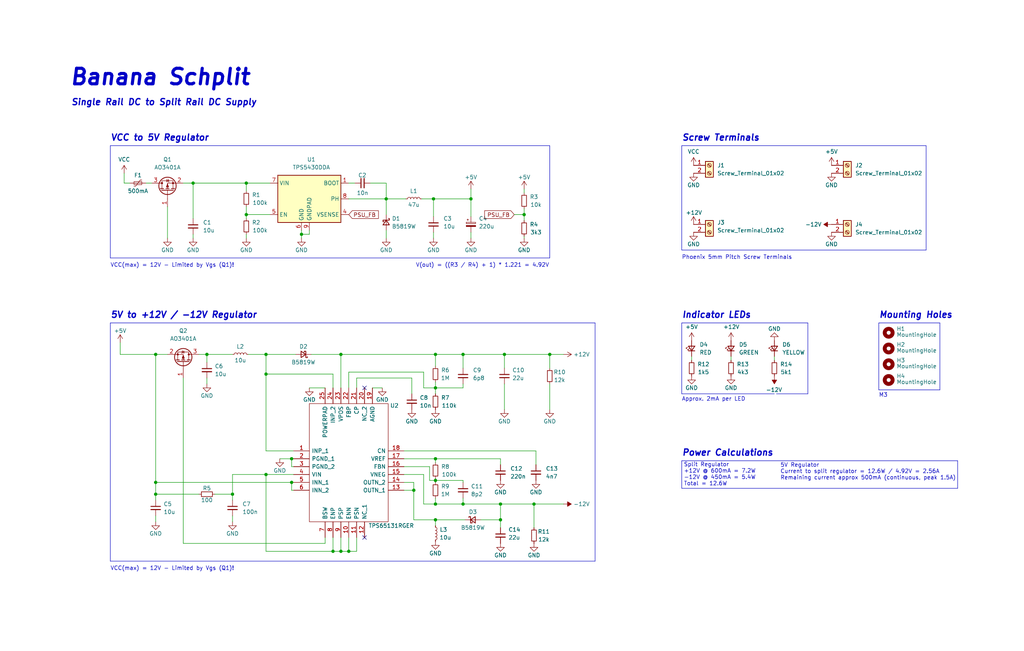
<source format=kicad_sch>
(kicad_sch (version 20230121) (generator eeschema)
  (paper "User" 329.997 210.007)
  (lib_symbols
    (symbol "BananaSchplit-rescue:CP_Small-Device" (pin_numbers hide) (pin_names (offset 0.254) hide)
      (property "Reference" "C" (at 0.254 1.778 0))
      (property "Value" "Device_CP_Small" (at 0.254 -2.032 0))
      (symbol "CP_Small-Device_1_1"
        (pin passive line (at 0 2.54 270) (length 1.8542) (name "~") (number "1"))
        (pin passive line (at 0 -2.54 90) (length 1.8542) (name "~") (number "2"))
      )
    )
    (symbol "Connector:Screw_Terminal_01x02" (pin_names (offset 1.016) hide)
      (property "Reference" "J" (at 0 2.54 0))
      (property "Value" "Screw_Terminal_01x02" (at 0 -5.08 0))
      (symbol "Screw_Terminal_01x02_1_1"
        (pin passive line (at -5.08 0 0) (length 3.81) (name "Pin_1") (number "1"))
        (pin passive line (at -5.08 -2.54 0) (length 3.81) (name "Pin_2") (number "2"))
      )
    )
    (symbol "Device:C_Small" (pin_numbers hide) (pin_names (offset 0.254) hide)
      (property "Reference" "C" (at 0.254 1.778 0))
      (property "Value" "C_Small" (at 0.254 -2.032 0))
      (symbol "C_Small_1_1"
        (pin passive line (at 0 2.54 270) (length 2.032) (name "~") (number "1"))
        (pin passive line (at 0 -2.54 90) (length 2.032) (name "~") (number "2"))
      )
    )
    (symbol "Device:D_Schottky_Small" (pin_numbers hide) (pin_names (offset 0.254) hide)
      (property "Reference" "D" (at -1.27 2.032 0))
      (property "Value" "D_Schottky_Small" (at -7.112 -2.032 0))
      (symbol "D_Schottky_Small_1_1"
        (pin passive line (at -2.54 0 0) (length 1.778) (name "K") (number "1"))
        (pin passive line (at 2.54 0 180) (length 1.778) (name "A") (number "2"))
      )
    )
    (symbol "Device:LED_Small" (pin_numbers hide) (pin_names (offset 0.254) hide)
      (property "Reference" "D" (at -1.27 3.175 0))
      (property "Value" "LED_Small" (at -4.445 -2.54 0))
      (symbol "LED_Small_1_1"
        (pin passive line (at -2.54 0 0) (length 1.778) (name "K") (number "1"))
        (pin passive line (at 2.54 0 180) (length 1.778) (name "A") (number "2"))
      )
    )
    (symbol "Device:L_Small" (pin_numbers hide) (pin_names (offset 0.254) hide)
      (property "Reference" "L" (at 0.762 1.016 0))
      (property "Value" "L_Small" (at 0.762 -1.016 0))
      (symbol "L_Small_1_1"
        (pin passive line (at 0 2.54 270) (length 0.508) (name "~") (number "1"))
        (pin passive line (at 0 -2.54 90) (length 0.508) (name "~") (number "2"))
      )
    )
    (symbol "Device:Polyfuse_Small" (pin_numbers hide) (pin_names (offset 0))
      (property "Reference" "F" (at -1.905 0 90))
      (property "Value" "Polyfuse_Small" (at 1.905 0 90))
      (symbol "Polyfuse_Small_1_1"
        (pin passive line (at 0 2.54 270) (length 0.635) (name "~") (number "1"))
        (pin passive line (at 0 -2.54 90) (length 0.635) (name "~") (number "2"))
      )
    )
    (symbol "Device:R_Small" (pin_numbers hide) (pin_names (offset 0.254) hide)
      (property "Reference" "R" (at 0.762 0.508 0))
      (property "Value" "R_Small" (at 0.762 -1.016 0))
      (symbol "R_Small_1_1"
        (pin passive line (at 0 2.54 270) (length 0.762) (name "~") (number "1"))
        (pin passive line (at 0 -2.54 90) (length 0.762) (name "~") (number "2"))
      )
    )
    (symbol "Mechanical:MountingHole" (pin_names (offset 1.016))
      (property "Reference" "H" (at 0 5.08 0))
      (property "Value" "MountingHole" (at 0 3.175 0))
    )
    (symbol "Regulator_Switching:TPS5430DDA"
      (property "Reference" "U" (at -10.16 8.89 0))
      (property "Value" "TPS5430DDA" (at -1.27 8.89 0))
      (symbol "TPS5430DDA_1_1"
        (pin input line (at 12.7 5.08 180) (length 2.54) (name "BOOT") (number "1"))
        (pin no_connect line (at -10.16 2.54 0) (length 2.54) hide (name "NC") (number "2"))
        (pin no_connect line (at -10.16 -2.54 0) (length 2.54) hide (name "NC") (number "3"))
        (pin input line (at 12.7 -5.08 180) (length 2.54) (name "VSENSE") (number "4"))
        (pin input line (at -12.7 -5.08 0) (length 2.54) (name "EN") (number "5"))
        (pin power_in line (at -2.54 -10.16 90) (length 2.54) (name "GND") (number "6"))
        (pin power_in line (at -12.7 5.08 0) (length 2.54) (name "VIN") (number "7"))
        (pin output line (at 12.7 0 180) (length 2.54) (name "PH") (number "8"))
        (pin power_in line (at 0 -10.16 90) (length 2.54) (name "GNDPAD") (number "9"))
      )
    )
    (symbol "TPS65131RGET:TPS65131RGET" (pin_names (offset 0.762))
      (property "Reference" "IC" (at 31.75 20.32 0))
      (property "Value" "TPS65131RGET" (at 31.75 17.78 0))
      (symbol "TPS65131RGET_0_0"
        (pin passive line (at 0 0 0) (length 5.08) (name "INP_1") (number "1"))
        (pin passive line (at 17.78 -27.94 90) (length 5.08) (name "ENN") (number "10"))
        (pin passive line (at 20.32 -27.94 90) (length 5.08) (name "PSN") (number "11"))
        (pin passive line (at 22.86 -27.94 90) (length 5.08) (name "NC_1") (number "12"))
        (pin passive line (at 35.56 -12.7 180) (length 5.08) (name "OUTN_1") (number "13"))
        (pin passive line (at 35.56 -10.16 180) (length 5.08) (name "OUTN_2") (number "14"))
        (pin passive line (at 35.56 -7.62 180) (length 5.08) (name "VNEG") (number "15"))
        (pin passive line (at 35.56 -5.08 180) (length 5.08) (name "FBN") (number "16"))
        (pin passive line (at 35.56 -2.54 180) (length 5.08) (name "VREF") (number "17"))
        (pin passive line (at 35.56 0 180) (length 5.08) (name "CN") (number "18"))
        (pin passive line (at 25.4 20.32 270) (length 5.08) (name "AGND") (number "19"))
        (pin passive line (at 0 -2.54 0) (length 5.08) (name "PGND_1") (number "2"))
        (pin passive line (at 22.86 20.32 270) (length 5.08) (name "NC_2") (number "20"))
        (pin passive line (at 20.32 20.32 270) (length 5.08) (name "CP") (number "21"))
        (pin passive line (at 17.78 20.32 270) (length 5.08) (name "FBP") (number "22"))
        (pin passive line (at 15.24 20.32 270) (length 5.08) (name "VPOS") (number "23"))
        (pin passive line (at 12.7 20.32 270) (length 5.08) (name "INP_2") (number "24"))
        (pin passive line (at 10.16 20.32 270) (length 5.08) (name "POWERPAD") (number "25"))
        (pin passive line (at 0 -5.08 0) (length 5.08) (name "PGND_2") (number "3"))
        (pin passive line (at 0 -7.62 0) (length 5.08) (name "VIN") (number "4"))
        (pin passive line (at 0 -10.16 0) (length 5.08) (name "INN_1") (number "5"))
        (pin passive line (at 0 -12.7 0) (length 5.08) (name "INN_2") (number "6"))
        (pin passive line (at 10.16 -27.94 90) (length 5.08) (name "BSW") (number "7"))
        (pin passive line (at 12.7 -27.94 90) (length 5.08) (name "ENP") (number "8"))
        (pin passive line (at 15.24 -27.94 90) (length 5.08) (name "PSP") (number "9"))
      )
    )
    (symbol "Transistor_FET:AO3401A" (pin_names hide)
      (property "Reference" "Q" (at 5.08 1.905 0))
      (property "Value" "AO3401A" (at 5.08 0 0))
      (symbol "AO3401A_1_1"
        (pin input line (at -5.08 0 0) (length 2.54) (name "G") (number "1"))
        (pin passive line (at 2.54 -5.08 90) (length 2.54) (name "S") (number "2"))
        (pin passive line (at 2.54 5.08 270) (length 2.54) (name "D") (number "3"))
      )
    )
    (symbol "power:+12V" (power) (pin_names (offset 0))
      (property "Value" "+12V" (at 0 3.556 0))
      (symbol "+12V_1_1"
        (pin power_in line (at 0 0 90) (length 0) hide (name "+12V") (number "1"))
      )
    )
    (symbol "power:+5V" (power) (pin_names (offset 0))
      (property "Value" "+5V" (at 0 3.556 0))
      (symbol "+5V_1_1"
        (pin power_in line (at 0 0 90) (length 0) hide (name "+5V") (number "1"))
      )
    )
    (symbol "power:-12V" (power) (pin_names (offset 0))
      (property "Value" "-12V" (at 0 3.81 0))
      (symbol "-12V_0_0"
        (pin power_in line (at 0 0 90) (length 0) hide (name "-12V") (number "1"))
      )
    )
    (symbol "power:GND" (power) (pin_names (offset 0))
      (property "Value" "GND" (at 0 -3.81 0))
      (symbol "GND_1_1"
        (pin power_in line (at 0 0 270) (length 0) hide (name "GND") (number "1"))
      )
    )
    (symbol "power:VCC" (power) (pin_names (offset 0))
      (property "Value" "VCC" (at 0 3.81 0))
      (symbol "VCC_1_1"
        (pin power_in line (at 0 0 90) (length 0) hide (name "VCC") (number "1"))
      )
    )
  )
  (junction (at 66.675 114.3))
  (junction (at 97.155 75.565))
  (junction (at 133.35 158.115))
  (junction (at 85.725 153.035))
  (junction (at 149.225 114.3))
  (junction (at 79.375 59.055))
  (junction (at 74.93 159.385))
  (junction (at 168.91 69.215))
  (junction (at 139.7 64.135))
  (junction (at 79.375 69.215))
  (junction (at 161.29 162.56))
  (junction (at 93.98 147.955))
  (junction (at 140.335 154.94))
  (junction (at 140.335 125.095))
  (junction (at 62.23 59.055))
  (junction (at 151.765 64.135))
  (junction (at 85.725 114.3))
  (junction (at 161.29 167.64))
  (junction (at 112.395 177.8))
  (junction (at 140.335 114.3))
  (junction (at 162.56 114.3))
  (junction (at 149.225 162.56))
  (junction (at 50.165 159.385))
  (junction (at 85.725 120.65))
  (junction (at 109.855 177.8))
  (junction (at 124.46 64.135))
  (junction (at 140.335 167.64))
  (junction (at 177.165 114.3))
  (junction (at 172.085 162.56))
  (junction (at 109.855 114.3))
  (junction (at 50.165 155.575))
  (junction (at 140.335 162.56))
  (junction (at 50.165 114.3))
  (junction (at 140.335 147.955))
  (junction (at 93.98 155.575))
  (junction (at 107.315 177.8))
  (no_connect (at 117.475 125.095))
  (no_connect (at 117.475 173.355))
  (polyline (pts (xy 219.71 104.14) (xy 260.35 104.14)))
  (wire (pts (xy 109.855 114.3) (xy 109.855 125.095)))
  (wire (pts (xy 132.715 121.92) (xy 114.935 121.92)))
  (wire (pts (xy 62.23 75.565) (xy 62.23 76.835)))
  (wire (pts (xy 140.335 149.225) (xy 140.335 147.955)))
  (wire (pts (xy 50.165 168.275) (xy 50.165 166.37)))
  (wire (pts (xy 151.765 69.85) (xy 151.765 64.135)))
  (wire (pts (xy 50.165 159.385) (xy 50.165 161.29)))
  (wire (pts (xy 136.525 125.095) (xy 140.335 125.095)))
  (wire (pts (xy 107.315 177.8) (xy 109.855 177.8)))
  (wire (pts (xy 100.33 114.3) (xy 109.855 114.3)))
  (wire (pts (xy 222.885 116.205) (xy 222.885 114.935)))
  (wire (pts (xy 112.395 125.095) (xy 112.395 120.015)))
  (wire (pts (xy 151.765 74.93) (xy 151.765 76.835)))
  (wire (pts (xy 140.335 167.64) (xy 140.335 169.545)))
  (wire (pts (xy 40.005 59.055) (xy 41.91 59.055)))
  (wire (pts (xy 151.765 60.96) (xy 151.765 64.135)))
  (wire (pts (xy 133.35 167.64) (xy 140.335 167.64)))
  (polyline (pts (xy 219.71 80.645) (xy 219.71 46.99)))
  (polyline (pts (xy 298.45 46.99) (xy 298.45 80.645)))
  (wire (pts (xy 235.585 116.205) (xy 235.585 114.935)))
  (wire (pts (xy 114.3 59.055) (xy 112.395 59.055)))
  (wire (pts (xy 50.165 159.385) (xy 64.135 159.385)))
  (polyline (pts (xy 35.56 83.185) (xy 177.165 83.185)))
  (wire (pts (xy 177.165 118.745) (xy 177.165 114.3)))
  (wire (pts (xy 168.91 69.215) (xy 168.91 71.12)))
  (polyline (pts (xy 35.56 83.185) (xy 35.56 46.99)))
  (wire (pts (xy 149.86 167.64) (xy 140.335 167.64)))
  (wire (pts (xy 136.525 162.56) (xy 140.335 162.56)))
  (wire (pts (xy 119.38 59.055) (xy 124.46 59.055)))
  (wire (pts (xy 50.165 114.3) (xy 53.975 114.3)))
  (wire (pts (xy 112.395 177.8) (xy 112.395 173.355)))
  (polyline (pts (xy 35.56 180.975) (xy 191.77 180.975)))
  (wire (pts (xy 62.23 59.055) (xy 79.375 59.055)))
  (polyline (pts (xy 35.56 180.975) (xy 35.56 104.14)))
  (wire (pts (xy 97.155 75.565) (xy 97.155 74.295)))
  (wire (pts (xy 66.675 123.825) (xy 66.675 121.92)))
  (wire (pts (xy 85.725 177.8) (xy 85.725 153.035)))
  (polyline (pts (xy 219.71 157.48) (xy 308.61 157.48)))
  (wire (pts (xy 74.93 159.385) (xy 69.215 159.385)))
  (wire (pts (xy 66.675 114.3) (xy 64.135 114.3)))
  (wire (pts (xy 79.375 59.055) (xy 86.995 59.055)))
  (polyline (pts (xy 308.61 157.48) (xy 308.61 148.59)))
  (wire (pts (xy 114.935 121.92) (xy 114.935 125.095)))
  (wire (pts (xy 162.56 114.3) (xy 149.225 114.3)))
  (wire (pts (xy 38.735 110.49) (xy 38.735 114.3)))
  (wire (pts (xy 97.155 76.835) (xy 97.155 75.565)))
  (polyline (pts (xy 283.21 125.73) (xy 302.895 125.73)))
  (wire (pts (xy 93.98 155.575) (xy 93.98 158.115)))
  (wire (pts (xy 46.99 59.055) (xy 48.895 59.055)))
  (wire (pts (xy 172.085 170.18) (xy 172.085 162.56)))
  (wire (pts (xy 139.7 69.85) (xy 139.7 64.135)))
  (wire (pts (xy 149.225 118.745) (xy 149.225 114.3)))
  (wire (pts (xy 149.225 162.56) (xy 161.29 162.56)))
  (polyline (pts (xy 177.165 46.99) (xy 177.165 83.185)))
  (wire (pts (xy 133.35 155.575) (xy 133.35 158.115)))
  (polyline (pts (xy 283.21 125.73) (xy 283.21 104.14)))
  (wire (pts (xy 93.98 155.575) (xy 94.615 155.575)))
  (wire (pts (xy 104.775 175.26) (xy 104.775 173.355)))
  (polyline (pts (xy 219.71 148.59) (xy 219.71 157.48)))
  (wire (pts (xy 50.165 155.575) (xy 50.165 114.3)))
  (wire (pts (xy 93.98 150.495) (xy 94.615 150.495)))
  (wire (pts (xy 149.225 114.3) (xy 140.335 114.3)))
  (wire (pts (xy 93.98 147.955) (xy 94.615 147.955)))
  (wire (pts (xy 109.855 177.8) (xy 112.395 177.8)))
  (wire (pts (xy 50.165 155.575) (xy 50.165 159.385)))
  (wire (pts (xy 79.375 70.485) (xy 79.375 69.215)))
  (wire (pts (xy 62.23 59.055) (xy 62.23 70.485)))
  (wire (pts (xy 136.525 120.015) (xy 136.525 125.095)))
  (wire (pts (xy 85.725 120.65) (xy 85.725 114.3)))
  (wire (pts (xy 140.335 155.575) (xy 140.335 154.94)))
  (wire (pts (xy 140.335 147.955) (xy 161.29 147.955)))
  (wire (pts (xy 172.72 145.415) (xy 130.175 145.415)))
  (wire (pts (xy 140.335 123.19) (xy 140.335 125.095)))
  (wire (pts (xy 50.165 155.575) (xy 93.98 155.575)))
  (wire (pts (xy 74.93 161.29) (xy 74.93 159.385)))
  (wire (pts (xy 154.94 167.64) (xy 161.29 167.64)))
  (wire (pts (xy 79.375 69.215) (xy 86.995 69.215)))
  (wire (pts (xy 140.335 127) (xy 140.335 125.095)))
  (wire (pts (xy 59.055 175.26) (xy 104.775 175.26)))
  (wire (pts (xy 249.555 116.205) (xy 249.555 114.935)))
  (wire (pts (xy 139.7 64.135) (xy 151.765 64.135)))
  (wire (pts (xy 79.375 66.675) (xy 79.375 69.215)))
  (wire (pts (xy 124.46 76.835) (xy 124.46 74.295)))
  (wire (pts (xy 93.98 147.955) (xy 93.98 150.495)))
  (wire (pts (xy 181.61 162.56) (xy 172.085 162.56)))
  (wire (pts (xy 138.43 154.94) (xy 140.335 154.94)))
  (wire (pts (xy 107.315 125.095) (xy 107.315 120.65)))
  (wire (pts (xy 130.175 158.115) (xy 133.35 158.115)))
  (wire (pts (xy 114.935 177.8) (xy 114.935 173.355)))
  (wire (pts (xy 130.175 150.495) (xy 138.43 150.495)))
  (wire (pts (xy 85.725 177.8) (xy 107.315 177.8)))
  (wire (pts (xy 139.7 74.93) (xy 139.7 76.835)))
  (wire (pts (xy 149.225 155.575) (xy 149.225 154.94)))
  (wire (pts (xy 85.725 153.035) (xy 94.615 153.035)))
  (wire (pts (xy 168.91 67.31) (xy 168.91 69.215)))
  (wire (pts (xy 149.225 154.94) (xy 140.335 154.94)))
  (polyline (pts (xy 191.77 104.14) (xy 191.77 180.975)))
  (wire (pts (xy 161.29 162.56) (xy 161.29 167.64)))
  (wire (pts (xy 138.43 150.495) (xy 138.43 154.94)))
  (polyline (pts (xy 308.61 148.59) (xy 219.71 148.59)))
  (wire (pts (xy 93.98 147.955) (xy 90.17 147.955)))
  (wire (pts (xy 168.91 76.835) (xy 168.91 76.2)))
  (polyline (pts (xy 35.56 104.14) (xy 191.77 104.14)))
  (wire (pts (xy 149.225 125.095) (xy 149.225 123.825)))
  (wire (pts (xy 85.725 145.415) (xy 85.725 120.65)))
  (wire (pts (xy 79.375 75.565) (xy 79.375 76.835)))
  (wire (pts (xy 80.01 114.3) (xy 85.725 114.3)))
  (wire (pts (xy 168.91 62.23) (xy 168.91 60.96)))
  (wire (pts (xy 99.695 125.095) (xy 104.775 125.095)))
  (wire (pts (xy 177.165 114.3) (xy 162.56 114.3)))
  (wire (pts (xy 140.335 125.095) (xy 149.225 125.095)))
  (wire (pts (xy 130.175 155.575) (xy 133.35 155.575)))
  (wire (pts (xy 162.56 132.08) (xy 162.56 123.825)))
  (wire (pts (xy 177.165 132.08) (xy 177.165 123.825)))
  (wire (pts (xy 149.225 162.56) (xy 149.225 160.655)))
  (wire (pts (xy 107.315 120.65) (xy 85.725 120.65)))
  (wire (pts (xy 161.29 149.86) (xy 161.29 147.955)))
  (polyline (pts (xy 260.35 127) (xy 250.19 127)))
  (wire (pts (xy 133.35 158.115) (xy 133.35 167.64)))
  (wire (pts (xy 95.25 114.3) (xy 85.725 114.3)))
  (wire (pts (xy 140.335 154.94) (xy 140.335 154.305)))
  (wire (pts (xy 66.675 116.84) (xy 66.675 114.3)))
  (wire (pts (xy 132.715 127) (xy 132.715 121.92)))
  (wire (pts (xy 181.61 114.3) (xy 177.165 114.3)))
  (wire (pts (xy 161.29 167.64) (xy 161.29 170.18)))
  (wire (pts (xy 109.855 177.8) (xy 109.855 173.355)))
  (wire (pts (xy 97.155 75.565) (xy 99.695 75.565)))
  (wire (pts (xy 172.085 162.56) (xy 161.29 162.56)))
  (polyline (pts (xy 283.21 104.14) (xy 302.895 104.14)))
  (wire (pts (xy 130.81 64.135) (xy 124.46 64.135)))
  (wire (pts (xy 93.98 158.115) (xy 94.615 158.115)))
  (polyline (pts (xy 219.71 46.99) (xy 298.45 46.99)))
  (wire (pts (xy 124.46 69.215) (xy 124.46 64.135)))
  (polyline (pts (xy 302.895 104.14) (xy 302.895 125.73)))
  (wire (pts (xy 85.725 145.415) (xy 94.615 145.415)))
  (wire (pts (xy 162.56 118.745) (xy 162.56 114.3)))
  (wire (pts (xy 53.975 66.675) (xy 53.975 76.835)))
  (wire (pts (xy 130.175 153.035) (xy 136.525 153.035)))
  (wire (pts (xy 124.46 59.055) (xy 124.46 64.135)))
  (wire (pts (xy 136.525 153.035) (xy 136.525 162.56)))
  (polyline (pts (xy 35.56 46.99) (xy 177.165 46.99)))
  (polyline (pts (xy 219.71 127) (xy 219.71 104.14)))
  (wire (pts (xy 99.695 75.565) (xy 99.695 74.295)))
  (wire (pts (xy 165.735 69.215) (xy 168.91 69.215)))
  (wire (pts (xy 140.335 147.955) (xy 130.175 147.955)))
  (wire (pts (xy 74.93 153.035) (xy 85.725 153.035)))
  (wire (pts (xy 79.375 61.595) (xy 79.375 59.055)))
  (wire (pts (xy 40.005 55.88) (xy 40.005 59.055)))
  (polyline (pts (xy 249.555 127) (xy 219.71 127)))
  (wire (pts (xy 112.395 177.8) (xy 114.935 177.8)))
  (wire (pts (xy 120.015 125.095) (xy 123.19 125.095)))
  (wire (pts (xy 135.89 64.135) (xy 139.7 64.135)))
  (wire (pts (xy 74.93 114.3) (xy 66.675 114.3)))
  (wire (pts (xy 74.93 153.035) (xy 74.93 159.385)))
  (wire (pts (xy 59.055 59.055) (xy 62.23 59.055)))
  (wire (pts (xy 112.395 120.015) (xy 136.525 120.015)))
  (wire (pts (xy 38.735 114.3) (xy 50.165 114.3)))
  (wire (pts (xy 172.72 149.86) (xy 172.72 145.415)))
  (wire (pts (xy 140.335 162.56) (xy 149.225 162.56)))
  (wire (pts (xy 140.335 118.11) (xy 140.335 114.3)))
  (polyline (pts (xy 219.71 80.645) (xy 298.45 80.645)))
  (wire (pts (xy 59.055 121.92) (xy 59.055 175.26)))
  (wire (pts (xy 74.93 168.275) (xy 74.93 166.37)))
  (wire (pts (xy 107.315 177.8) (xy 107.315 173.355)))
  (wire (pts (xy 112.395 64.135) (xy 124.46 64.135)))
  (wire (pts (xy 140.335 114.3) (xy 109.855 114.3)))
  (wire (pts (xy 140.335 160.655) (xy 140.335 162.56)))
  (polyline (pts (xy 260.35 104.14) (xy 260.35 127)))
  (text "Approx. 2mA per LED" (at 219.71 129.54 0) (effects (font (size 1.27 1.27)) (justify left bottom)))
  (text "Power Calculations" (at 219.71 147.32 0) (effects (font (size 2.0066 2.0066) (thickness 0.4013) bold italic) (justify left bottom)))
  (text "Split Regulator\n+12V @ 600mA = 7.2W\n-12V @ 450mA = 5.4W\nTotal = 12.6W" (at 220.345 156.845 0) (effects (font (size 1.27 1.27)) (justify left bottom)))
  (text "VCC(max) = 12V - Limited by Vgs (Q1)!" (at 35.56 184.15 0) (effects (font (size 1.27 1.27)) (justify left bottom)))
  (text "Mounting Holes" (at 283.21 102.87 0) (effects (font (size 2.0066 2.0066) (thickness 0.4013) bold italic) (justify left bottom)))
  (text "Phoenix 5mm Pitch Screw Terminals" (at 219.71 83.82 0) (effects (font (size 1.27 1.27)) (justify left bottom)))
  (text "VCC to 5V Regulator" (at 35.56 45.72 0) (effects (font (size 2.0066 2.0066) (thickness 0.4013) bold italic) (justify left bottom)))
  (text "V(out) = ((R3 / R4) + 1) * 1.221 = 4.92V" (at 133.985 86.36 0) (effects (font (size 1.27 1.27)) (justify left bottom)))
  (text "5V to +12V / -12V Regulator" (at 35.56 102.87 0) (effects (font (size 2.0066 2.0066) (thickness 0.4013) bold italic) (justify left bottom)))
  (text "Screw Terminals" (at 219.71 45.72 0) (effects (font (size 2.0066 2.0066) (thickness 0.4013) bold italic) (justify left bottom)))
  (text "Single Rail DC to Split Rail DC Supply" (at 22.86 34.29 0) (effects (font (size 2.0066 2.0066) (thickness 0.4013) bold italic) (justify left bottom)))
  (text "Banana Schplit" (at 22.225 27.94 0) (effects (font (size 5.0038 5.0038) (thickness 1.0008) bold italic) (justify left bottom)))
  (text "5V Regulator\nCurrent to split regulator = 12.6W / 4.92V = 2.56A\nRemaining current approx 500mA (continuous, peak 1.5A)\n" (at 251.46 154.94 0) (effects (font (size 1.27 1.27)) (justify left bottom)))
  (text "Indicator LEDs" (at 219.71 102.87 0) (effects (font (size 2.0066 2.0066) (thickness 0.4013) bold italic) (justify left bottom)))
  (text "VCC(max) = 12V - Limited by Vgs (Q1)!" (at 35.56 86.36 0) (effects (font (size 1.27 1.27)) (justify left bottom)))
  (text "M3" (at 283.21 128.27 0) (effects (font (size 1.27 1.27)) (justify left bottom)))
  (global_label "PSU_FB" (shape input) (at 112.395 69.215 0) (property "Intersheetrefs" "${INTERSHEET_REFS}" (effects hide)))
  (global_label "PSU_FB" (shape input) (at 165.735 69.215 180) (property "Intersheetrefs" "${INTERSHEET_REFS}" (effects hide)))
  (symbol (lib_id "Device:R_Small") (at 172.085 172.72 180) (unit 1)
    (property "Reference" "R11" (at 175.26 171.45 0))
    (property "Value" "12k" (at 175.26 173.99 0))
    (property "Footprint" "Resistor_SMD:R_0603_1608Metric" (effects hide))
    (property "LCSC" "C22790" (effects hide))
    (instances (project "dual-psu" (path "" (reference "R11") (unit 1)) (path "" (reference "R110") (unit 1))))
  )
  (symbol (lib_id "Mechanical:MountingHole") (at 286.385 122.555 270) (unit 1) (in_bom no)
    (property "Reference" "H4" (at 288.925 121.285 90) (effects (justify left)))
    (property "Value" "MountingHole" (at 288.925 123.19 90) (effects (justify left)))
    (property "Footprint" "MountingHole:MountingHole_3.2mm_M3" (effects hide))
    (instances (project "dual-psu" (path "" (reference "H4") (unit 1)) (path "" (reference "H104") (unit 1))))
  )
  (symbol (lib_id "Device:R_Small") (at 140.335 151.765 180) (unit 1)
    (property "Reference" "R8" (at 143.51 150.495 0))
    (property "Value" "100k" (at 144.78 153.035 0))
    (property "Footprint" "Resistor_SMD:R_0603_1608Metric" (effects hide))
    (property "LCSC" "C25803" (effects hide))
    (instances (project "dual-psu" (path "" (reference "R8") (unit 1)) (path "" (reference "R106") (unit 1))))
  )
  (symbol (lib_id "Device:R_Small") (at 168.91 73.66 180) (unit 1)
    (property "Reference" "R4" (at 172.085 72.39 0))
    (property "Value" "3k3" (at 172.72 74.93 0))
    (property "Footprint" "Resistor_SMD:R_0603_1608Metric" (effects hide))
    (property "LCSC" "C22978" (effects hide))
    (instances (project "dual-psu" (path "" (reference "R4") (unit 1)) (path "" (reference "R109") (unit 1))))
  )
  (symbol (lib_id "power:GND") (at 140.335 174.625 0) (unit 1)
    (property "Reference" "#PWR023" (effects hide))
    (property "Value" "GND" (at 140.335 178.435 0))
    (instances (project "dual-psu" (path "" (reference "#PWR023") (unit 1)) (path "" (reference "#PWR0117") (unit 1))))
  )
  (symbol (lib_id "Device:C_Small") (at 132.715 129.54 0) (unit 1)
    (property "Reference" "C8" (at 135.255 128.27 0) (effects (justify left)))
    (property "Value" "10n" (at 135.255 130.81 0) (effects (justify left)))
    (property "Footprint" "Capacitor_SMD:C_0603_1608Metric" (effects hide))
    (property "LCSC" "C57112" (effects hide))
    (instances (project "dual-psu" (path "" (reference "C8") (unit 1)) (path "" (reference "C106") (unit 1))))
  )
  (symbol (lib_id "Device:R_Small") (at 66.675 159.385 270) (unit 1)
    (property "Reference" "R5" (at 66.675 157.48 90))
    (property "Value" "100" (at 66.675 161.29 90))
    (property "Footprint" "Resistor_SMD:R_0603_1608Metric" (effects hide))
    (property "LCSC" "C22775" (effects hide))
    (instances (project "dual-psu" (path "" (reference "R5") (unit 1)) (path "" (reference "R101") (unit 1))))
  )
  (symbol (lib_id "Device:C_Small") (at 149.225 121.285 0) (unit 1)
    (property "Reference" "C9" (at 152.4 119.38 0) (effects (justify left)))
    (property "Value" "6p8" (at 152.4 121.92 0) (effects (justify left)))
    (property "Footprint" "Capacitor_SMD:C_0603_1608Metric" (effects hide))
    (property "LCSC" "C1679" (effects hide))
    (instances (project "dual-psu" (path "" (reference "C9") (unit 1)) (path "" (reference "C108") (unit 1))))
  )
  (symbol (lib_id "Device:LED_Small") (at 235.585 112.395 90) (unit 1)
    (property "Reference" "D5" (at 238.125 111.125 90) (effects (justify right)))
    (property "Value" "GREEN" (at 238.125 113.665 90) (effects (justify right)))
    (property "Footprint" "LED_SMD:LED_0805_2012Metric" (effects hide))
    (property "LCSC" "C2297" (effects hide))
    (instances (project "dual-psu" (path "" (reference "D5") (unit 1)) (path "" (reference "D105") (unit 1))))
  )
  (symbol (lib_id "Device:R_Small") (at 79.375 64.135 180) (unit 1)
    (property "Reference" "R1" (at 82.55 62.865 0))
    (property "Value" "100k" (at 83.82 65.405 0))
    (property "Footprint" "Resistor_SMD:R_0603_1608Metric" (effects hide))
    (property "LCSC" "C25803" (effects hide))
    (instances (project "dual-psu" (path "" (reference "R1") (unit 1)) (path "" (reference "R102") (unit 1))))
  )
  (symbol (lib_id "power:GND") (at 62.23 76.835 0) (unit 1)
    (property "Reference" "#PWR07" (effects hide))
    (property "Value" "GND" (at 62.23 80.645 0))
    (instances (project "dual-psu" (path "" (reference "#PWR07") (unit 1)) (path "" (reference "#PWR0105") (unit 1))))
  )
  (symbol (lib_id "Mechanical:MountingHole") (at 286.385 117.475 270) (unit 1) (in_bom no)
    (property "Reference" "H3" (at 288.925 116.205 90) (effects (justify left)))
    (property "Value" "MountingHole" (at 288.925 118.11 90) (effects (justify left)))
    (property "Footprint" "MountingHole:MountingHole_3.2mm_M3" (effects hide))
    (instances (project "dual-psu" (path "" (reference "H3") (unit 1)) (path "" (reference "H103") (unit 1))))
  )
  (symbol (lib_id "Device:R_Small") (at 79.375 73.025 180) (unit 1)
    (property "Reference" "R2" (at 82.55 71.755 0))
    (property "Value" "100k" (at 83.82 74.295 0))
    (property "Footprint" "Resistor_SMD:R_0603_1608Metric" (effects hide))
    (property "LCSC" "C25803" (effects hide))
    (instances (project "dual-psu" (path "" (reference "R2") (unit 1)) (path "" (reference "R103") (unit 1))))
  )
  (symbol (lib_id "Device:D_Schottky_Small") (at 124.46 71.755 270) (unit 1)
    (property "Reference" "D1" (at 127.635 70.485 90))
    (property "Value" "B5819W" (at 130.175 73.025 90))
    (property "Footprint" "Diode_SMD:D_SOD-123" (effects hide))
    (property "LCSC" "C8598" (effects hide))
    (instances (project "dual-psu" (path "" (reference "D1") (unit 1)) (path "" (reference "D102") (unit 1))))
  )
  (symbol (lib_id "Device:L_Small") (at 133.35 64.135 90) (unit 1)
    (property "Reference" "L1" (at 132.08 61.595 90) (effects (justify right)))
    (property "Value" "47u" (at 131.445 66.04 90) (effects (justify right)))
    (property "Footprint" "Inductor_SMD:L_Sunlord_SWRB1204S" (effects hide))
    (property "LCSC" "C169398" (effects hide))
    (instances (project "dual-psu" (path "" (reference "L1") (unit 1)) (path "" (reference "L102") (unit 1))))
  )
  (symbol (lib_id "power:+5V") (at 267.97 53.34 0) (unit 1)
    (property "Reference" "#PWR034" (effects hide))
    (property "Value" "+5V" (at 267.97 48.895 0))
    (instances (project "dual-psu" (path "" (reference "#PWR034") (unit 1)) (path "" (reference "#PWR0140") (unit 1))))
  )
  (symbol (lib_id "Connector:Screw_Terminal_01x02") (at 273.05 72.39 0) (unit 1) (in_bom no)
    (property "Reference" "J4" (at 275.59 72.39 0) (effects (justify left)))
    (property "Value" "Screw_Terminal_01x02" (at 275.59 74.93 0) (effects (justify left)))
    (property "Footprint" "TerminalBlock_Phoenix:TerminalBlock_Phoenix_PT-1,5-2-5.0-H_1x02_P5.00mm_Horizontal" (effects hide))
    (instances (project "dual-psu" (path "" (reference "J4") (unit 1)) (path "" (reference "J104") (unit 1))))
  )
  (symbol (lib_id "power:-12V") (at 249.555 121.285 180) (unit 1)
    (property "Reference" "#PWR041" (effects hide))
    (property "Value" "-12V" (at 252.095 125.73 0) (effects (justify left)))
    (instances (project "dual-psu" (path "" (reference "#PWR041") (unit 1)) (path "" (reference "#PWR0139") (unit 1))))
  )
  (symbol (lib_id "power:GND") (at 79.375 76.835 0) (unit 1)
    (property "Reference" "#PWR08" (effects hide))
    (property "Value" "GND" (at 79.375 80.645 0))
    (instances (project "dual-psu" (path "" (reference "#PWR08") (unit 1)) (path "" (reference "#PWR0108") (unit 1))))
  )
  (symbol (lib_id "power:GND") (at 223.52 74.93 0) (unit 1)
    (property "Reference" "#PWR029" (effects hide))
    (property "Value" "GND" (at 223.52 78.74 0))
    (instances (project "dual-psu" (path "" (reference "#PWR029") (unit 1)) (path "" (reference "#PWR0135") (unit 1))))
  )
  (symbol (lib_id "Device:D_Schottky_Small") (at 97.79 114.3 180) (unit 1)
    (property "Reference" "D2" (at 97.79 111.76 0))
    (property "Value" "B5819W" (at 97.79 116.84 0))
    (property "Footprint" "Diode_SMD:D_SOD-123" (effects hide))
    (property "LCSC" "C8598" (effects hide))
    (instances (project "dual-psu" (path "" (reference "D2") (unit 1)) (path "" (reference "D101") (unit 1))))
  )
  (symbol (lib_id "Device:C_Small") (at 66.675 119.38 0) (unit 1)
    (property "Reference" "C6" (at 69.215 118.11 0) (effects (justify left)))
    (property "Value" "10u" (at 69.215 120.65 0) (effects (justify left)))
    (property "Footprint" "Capacitor_SMD:C_1206_3216Metric" (effects hide))
    (property "LCSC" "C13585" (effects hide))
    (instances (project "dual-psu" (path "" (reference "C6") (unit 1)) (path "" (reference "C103") (unit 1))))
  )
  (symbol (lib_id "power:GND") (at 172.72 154.94 0) (unit 1)
    (property "Reference" "#PWR019" (effects hide))
    (property "Value" "GND" (at 172.72 158.75 0))
    (instances (project "dual-psu" (path "" (reference "#PWR019") (unit 1)) (path "" (reference "#PWR0126") (unit 1))))
  )
  (symbol (lib_id "Device:R_Small") (at 235.585 118.745 180) (unit 1)
    (property "Reference" "R13" (at 239.395 117.475 0))
    (property "Value" "4k3" (at 239.395 120.015 0))
    (property "Footprint" "Resistor_SMD:R_0603_1608Metric" (effects hide))
    (property "LCSC" "C23159" (effects hide))
    (instances (project "dual-psu" (path "" (reference "R13") (unit 1)) (path "" (reference "R113") (unit 1))))
  )
  (symbol (lib_id "Mechanical:MountingHole") (at 286.385 112.395 270) (unit 1) (in_bom no)
    (property "Reference" "H2" (at 288.925 111.125 90) (effects (justify left)))
    (property "Value" "MountingHole" (at 288.925 113.03 90) (effects (justify left)))
    (property "Footprint" "MountingHole:MountingHole_3.2mm_M3" (effects hide))
    (instances (project "dual-psu" (path "" (reference "H2") (unit 1)) (path "" (reference "H102") (unit 1))))
  )
  (symbol (lib_id "power:GND") (at 50.165 168.275 0) (unit 1)
    (property "Reference" "#PWR021" (effects hide))
    (property "Value" "GND" (at 50.165 172.085 0))
    (instances (project "dual-psu" (path "" (reference "#PWR021") (unit 1)) (path "" (reference "#PWR0103") (unit 1))))
  )
  (symbol (lib_id "Device:C_Small") (at 161.29 172.72 0) (unit 1)
    (property "Reference" "C14" (at 163.83 170.815 0) (effects (justify left)))
    (property "Value" "22u" (at 163.83 173.355 0) (effects (justify left)))
    (property "Footprint" "Capacitor_SMD:C_0805_2012Metric" (effects hide))
    (property "LCSC" "C45783" (effects hide))
    (instances (project "dual-psu" (path "" (reference "C14") (unit 1)) (path "" (reference "C112") (unit 1))))
  )
  (symbol (lib_id "Device:LED_Small") (at 222.885 112.395 90) (unit 1)
    (property "Reference" "D4" (at 225.425 111.125 90) (effects (justify right)))
    (property "Value" "RED" (at 225.425 113.665 90) (effects (justify right)))
    (property "Footprint" "LED_SMD:LED_0805_2012Metric" (effects hide))
    (property "LCSC" "C84256" (effects hide))
    (instances (project "dual-psu" (path "" (reference "D4") (unit 1)) (path "" (reference "D104") (unit 1))))
  )
  (symbol (lib_id "power:GND") (at 53.975 76.835 0) (unit 1)
    (property "Reference" "#PWR06" (effects hide))
    (property "Value" "GND" (at 53.975 80.645 0))
    (instances (project "dual-psu" (path "" (reference "#PWR06") (unit 1)) (path "" (reference "#PWR0104") (unit 1))))
  )
  (symbol (lib_id "power:GND") (at 162.56 132.08 0) (unit 1)
    (property "Reference" "#PWR014" (effects hide))
    (property "Value" "GND" (at 162.56 135.89 0))
    (instances (project "dual-psu" (path "" (reference "#PWR014") (unit 1)) (path "" (reference "#PWR0122") (unit 1))))
  )
  (symbol (lib_id "power:GND") (at 168.91 76.835 0) (unit 1)
    (property "Reference" "#PWR017" (effects hide))
    (property "Value" "GND" (at 168.91 80.645 0))
    (instances (project "dual-psu" (path "" (reference "#PWR017") (unit 1)) (path "" (reference "#PWR0124") (unit 1))))
  )
  (symbol (lib_id "Device:R_Small") (at 140.335 158.115 180) (unit 1)
    (property "Reference" "R9" (at 143.51 156.845 0))
    (property "Value" "1M" (at 143.51 159.385 0))
    (property "Footprint" "Resistor_SMD:R_0603_1608Metric" (effects hide))
    (property "LCSC" "C22935" (effects hide))
    (instances (project "dual-psu" (path "" (reference "R9") (unit 1)) (path "" (reference "R107") (unit 1))))
  )
  (symbol (lib_id "power:GND") (at 66.675 123.825 0) (unit 1)
    (property "Reference" "#PWR03" (effects hide))
    (property "Value" "GND" (at 66.675 127.635 0))
    (instances (project "dual-psu" (path "" (reference "#PWR03") (unit 1)) (path "" (reference "#PWR0106") (unit 1))))
  )
  (symbol (lib_id "power:GND") (at 124.46 76.835 0) (unit 1)
    (property "Reference" "#PWR010" (effects hide))
    (property "Value" "GND" (at 124.46 80.645 0))
    (instances (project "dual-psu" (path "" (reference "#PWR010") (unit 1)) (path "" (reference "#PWR0113") (unit 1))))
  )
  (symbol (lib_id "power:GND") (at 132.715 132.08 0) (unit 1)
    (property "Reference" "#PWR012" (effects hide))
    (property "Value" "GND" (at 132.715 135.89 0))
    (instances (project "dual-psu" (path "" (reference "#PWR012") (unit 1)) (path "" (reference "#PWR0114") (unit 1))))
  )
  (symbol (lib_id "Device:C_Small") (at 139.7 72.39 0) (unit 1)
    (property "Reference" "C3" (at 142.875 70.485 0) (effects (justify left)))
    (property "Value" "10u" (at 142.875 73.025 0) (effects (justify left)))
    (property "Footprint" "Capacitor_SMD:C_1206_3216Metric" (effects hide))
    (property "LCSC" "C13585" (effects hide))
    (instances (project "dual-psu" (path "" (reference "C3") (unit 1)) (path "" (reference "C107") (unit 1))))
  )
  (symbol (lib_id "Device:L_Small") (at 140.335 172.085 0) (unit 1)
    (property "Reference" "L3" (at 144.145 170.815 0) (effects (justify right)))
    (property "Value" "10u" (at 145.415 173.355 0) (effects (justify right)))
    (property "Footprint" "Inductor_SMD:L_Sunlord_MWSA0518S" (effects hide))
    (property "LCSC" "C181721" (effects hide))
    (property "OG JLC Part" "C139506" (effects hide))
    (instances (project "dual-psu" (path "" (reference "L3") (unit 1)) (path "" (reference "L103") (unit 1))))
  )
  (symbol (lib_id "Connector:Screw_Terminal_01x02") (at 228.6 53.34 0) (unit 1) (in_bom no)
    (property "Reference" "J1" (at 231.14 53.34 0) (effects (justify left)))
    (property "Value" "Screw_Terminal_01x02" (at 231.14 55.88 0) (effects (justify left)))
    (property "Footprint" "TerminalBlock_Phoenix:TerminalBlock_Phoenix_PT-1,5-2-5.0-H_1x02_P5.00mm_Horizontal" (effects hide))
    (instances (project "dual-psu" (path "" (reference "J1") (unit 1)) (path "" (reference "J101") (unit 1))))
  )
  (symbol (lib_id "Device:R_Small") (at 249.555 118.745 180) (unit 1)
    (property "Reference" "R14" (at 253.365 117.475 0))
    (property "Value" "5k1" (at 253.365 120.015 0))
    (property "Footprint" "Resistor_SMD:R_0603_1608Metric" (effects hide))
    (property "LCSC" "C23186" (effects hide))
    (instances (project "dual-psu" (path "" (reference "R14") (unit 1)) (path "" (reference "R114") (unit 1))))
  )
  (symbol (lib_id "Device:R_Small") (at 140.335 129.54 180) (unit 1)
    (property "Reference" "R7" (at 143.51 128.27 0))
    (property "Value" "110k" (at 144.78 130.81 0))
    (property "Footprint" "Resistor_SMD:R_0603_1608Metric" (effects hide))
    (property "LCSC" "C25805" (effects hide))
    (instances (project "dual-psu" (path "" (reference "R7") (unit 1)) (path "" (reference "R105") (unit 1))))
  )
  (symbol (lib_id "power:+5V") (at 168.91 60.96 0) (unit 1)
    (property "Reference" "#PWR042" (effects hide))
    (property "Value" "+5V" (at 168.91 57.15 0))
    (instances (project "dual-psu" (path "" (reference "#PWR042") (unit 1)) (path "" (reference "#PWR0123") (unit 1))))
  )
  (symbol (lib_id "Device:R_Small") (at 168.91 64.77 180) (unit 1)
    (property "Reference" "R3" (at 172.085 63.5 0))
    (property "Value" "10k" (at 172.72 66.04 0))
    (property "Footprint" "Resistor_SMD:R_0603_1608Metric" (effects hide))
    (property "LCSC" "C25804" (effects hide))
    (instances (project "dual-psu" (path "" (reference "R3") (unit 1)) (path "" (reference "R108") (unit 1))))
  )
  (symbol (lib_id "Device:C_Small") (at 116.84 59.055 90) (unit 1)
    (property "Reference" "C2" (at 118.11 56.515 90) (effects (justify left)))
    (property "Value" "10n" (at 118.745 62.23 90) (effects (justify left)))
    (property "Footprint" "Capacitor_SMD:C_0603_1608Metric" (effects hide))
    (property "LCSC" "C57112" (effects hide))
    (instances (project "dual-psu" (path "" (reference "C2") (unit 1)) (path "" (reference "C105") (unit 1))))
  )
  (symbol (lib_id "power:GND") (at 223.52 55.88 0) (unit 1)
    (property "Reference" "#PWR027" (effects hide))
    (property "Value" "GND" (at 223.52 59.69 0))
    (instances (project "dual-psu" (path "" (reference "#PWR027") (unit 1)) (path "" (reference "#PWR0133") (unit 1))))
  )
  (symbol (lib_id "power:VCC") (at 223.52 53.34 0) (unit 1)
    (property "Reference" "#PWR026" (effects hide))
    (property "Value" "VCC" (at 223.52 48.895 0))
    (instances (project "dual-psu" (path "" (reference "#PWR026") (unit 1)) (path "" (reference "#PWR0132") (unit 1))))
  )
  (symbol (lib_id "Connector:Screw_Terminal_01x02") (at 273.05 53.34 0) (unit 1) (in_bom no)
    (property "Reference" "J2" (at 275.59 53.34 0) (effects (justify left)))
    (property "Value" "Screw_Terminal_01x02" (at 275.59 55.88 0) (effects (justify left)))
    (property "Footprint" "TerminalBlock_Phoenix:TerminalBlock_Phoenix_PT-1,5-2-5.0-H_1x02_P5.00mm_Horizontal" (effects hide))
    (instances (project "dual-psu" (path "" (reference "J2") (unit 1)) (path "" (reference "J103") (unit 1))))
  )
  (symbol (lib_id "Connector:Screw_Terminal_01x02") (at 228.6 72.39 0) (unit 1) (in_bom no)
    (property "Reference" "J3" (at 231.14 71.755 0) (effects (justify left)))
    (property "Value" "Screw_Terminal_01x02" (at 231.14 74.295 0) (effects (justify left)))
    (property "Footprint" "TerminalBlock_Phoenix:TerminalBlock_Phoenix_PT-1,5-2-5.0-H_1x02_P5.00mm_Horizontal" (effects hide))
    (instances (project "dual-psu" (path "" (reference "J3") (unit 1)) (path "" (reference "J102") (unit 1))))
  )
  (symbol (lib_id "power:+12V") (at 223.52 72.39 0) (unit 1)
    (property "Reference" "#PWR028" (effects hide))
    (property "Value" "+12V" (at 220.98 68.58 0) (effects (justify left)))
    (instances (project "dual-psu" (path "" (reference "#PWR028") (unit 1)) (path "" (reference "#PWR0134") (unit 1))))
  )
  (symbol (lib_id "power:GND") (at 172.085 175.26 0) (unit 1)
    (property "Reference" "#PWR025" (effects hide))
    (property "Value" "GND" (at 172.085 179.07 0))
    (instances (project "dual-psu" (path "" (reference "#PWR025") (unit 1)) (path "" (reference "#PWR0125") (unit 1))))
  )
  (symbol (lib_id "Device:C_Small") (at 50.165 163.83 0) (unit 1)
    (property "Reference" "C5" (at 52.705 162.56 0) (effects (justify left)))
    (property "Value" "10u" (at 52.705 165.1 0) (effects (justify left)))
    (property "Footprint" "Capacitor_SMD:C_1206_3216Metric" (effects hide))
    (property "LCSC" "C13585" (effects hide))
    (instances (project "dual-psu" (path "" (reference "C5") (unit 1)) (path "" (reference "C101") (unit 1))))
  )
  (symbol (lib_id "power:-12V") (at 181.61 162.56 270) (unit 1)
    (property "Reference" "#PWR020" (effects hide))
    (property "Value" "-12V" (at 184.785 162.56 90) (effects (justify left)))
    (instances (project "dual-psu" (path "" (reference "#PWR020") (unit 1)) (path "" (reference "#PWR0129") (unit 1))))
  )
  (symbol (lib_id "Transistor_FET:AO3401A") (at 53.975 61.595 90) (unit 1)
    (property "Reference" "Q1" (at 53.975 51.435 90))
    (property "Value" "AO3401A" (at 53.975 53.975 90))
    (property "Footprint" "PCM_Package_TO_SOT_SMD_AKL:SOT-23" (effects hide))
    (property "Datasheet" "http://www.aosmd.com/pdfs/datasheet/AO3401A.pdf" (effects hide))
    (property "LCSC" "C15127" (effects hide))
    (instances (project "dual-psu" (path "" (reference "Q1") (unit 1)) (path "" (reference "Q101") (unit 1))))
  )
  (symbol (lib_id "power:GND") (at 161.29 154.94 0) (unit 1)
    (property "Reference" "#PWR018" (effects hide))
    (property "Value" "GND" (at 161.29 158.75 0))
    (instances (project "dual-psu" (path "" (reference "#PWR018") (unit 1)) (path "" (reference "#PWR0120") (unit 1))))
  )
  (symbol (lib_id "power:-12V") (at 267.97 72.39 90) (unit 1)
    (property "Reference" "#PWR030" (effects hide))
    (property "Value" "-12V" (at 264.795 72.39 90) (effects (justify left)))
    (instances (project "dual-psu" (path "" (reference "#PWR030") (unit 1)) (path "" (reference "#PWR0142") (unit 1))))
  )
  (symbol (lib_id "power:GND") (at 140.335 132.08 0) (unit 1)
    (property "Reference" "#PWR013" (effects hide))
    (property "Value" "GND" (at 140.335 135.89 0))
    (instances (project "dual-psu" (path "" (reference "#PWR013") (unit 1)) (path "" (reference "#PWR0116") (unit 1))))
  )
  (symbol (lib_id "power:+5V") (at 151.765 60.96 0) (unit 1)
    (property "Reference" "#PWR09" (effects hide))
    (property "Value" "+5V" (at 151.765 57.15 0))
    (instances (project "dual-psu" (path "" (reference "#PWR09") (unit 1)) (path "" (reference "#PWR0118") (unit 1))))
  )
  (symbol (lib_id "power:VCC") (at 40.005 55.88 0) (unit 1)
    (property "Reference" "#PWR01" (effects hide))
    (property "Value" "VCC" (at 40.005 51.435 0))
    (instances (project "dual-psu" (path "" (reference "#PWR01") (unit 1)) (path "" (reference "#PWR0102") (unit 1))))
  )
  (symbol (lib_id "Device:R_Small") (at 140.335 120.65 180) (unit 1)
    (property "Reference" "R6" (at 143.51 119.38 0))
    (property "Value" "1M" (at 143.51 121.92 0))
    (property "Footprint" "Resistor_SMD:R_0603_1608Metric" (effects hide))
    (property "LCSC" "C22935" (effects hide))
    (instances (project "dual-psu" (path "" (reference "R6") (unit 1)) (path "" (reference "R104") (unit 1))))
  )
  (symbol (lib_id "Device:R_Small") (at 222.885 118.745 180) (unit 1)
    (property "Reference" "R12" (at 226.695 117.475 0))
    (property "Value" "1k5" (at 226.695 120.015 0))
    (property "Footprint" "Resistor_SMD:R_0603_1608Metric" (effects hide))
    (property "LCSC" "C22843" (effects hide))
    (instances (project "dual-psu" (path "" (reference "R12") (unit 1)) (path "" (reference "R112") (unit 1))))
  )
  (symbol (lib_id "power:GND") (at 161.29 175.26 0) (unit 1)
    (property "Reference" "#PWR024" (effects hide))
    (property "Value" "GND" (at 161.29 179.07 0))
    (instances (project "dual-psu" (path "" (reference "#PWR024") (unit 1)) (path "" (reference "#PWR0121") (unit 1))))
  )
  (symbol (lib_id "power:GND") (at 235.585 121.285 0) (unit 1)
    (property "Reference" "#PWR040" (effects hide))
    (property "Value" "GND" (at 235.585 125.095 0))
    (instances (project "dual-psu" (path "" (reference "#PWR040") (unit 1)) (path "" (reference "#PWR0137") (unit 1))))
  )
  (symbol (lib_id "power:GND") (at 177.165 132.08 0) (unit 1)
    (property "Reference" "#PWR015" (effects hide))
    (property "Value" "GND" (at 177.165 135.89 0))
    (instances (project "dual-psu" (path "" (reference "#PWR015") (unit 1)) (path "" (reference "#PWR0127") (unit 1))))
  )
  (symbol (lib_id "Device:C_Small") (at 74.93 163.83 0) (unit 1)
    (property "Reference" "C7" (at 78.105 162.56 0) (effects (justify left)))
    (property "Value" "100n" (at 78.105 165.1 0) (effects (justify left)))
    (property "Footprint" "Capacitor_SMD:C_0603_1608Metric" (effects hide))
    (property "LCSC" "C14663" (effects hide))
    (instances (project "dual-psu" (path "" (reference "C7") (unit 1)) (path "" (reference "C104") (unit 1))))
  )
  (symbol (lib_id "power:GND") (at 267.97 74.93 0) (unit 1)
    (property "Reference" "#PWR031" (effects hide))
    (property "Value" "GND" (at 267.97 78.74 0))
    (instances (project "dual-psu" (path "" (reference "#PWR031") (unit 1)) (path "" (reference "#PWR0143") (unit 1))))
  )
  (symbol (lib_id "power:GND") (at 151.765 76.835 0) (unit 1)
    (property "Reference" "#PWR033" (effects hide))
    (property "Value" "GND" (at 151.765 80.645 0))
    (instances (project "dual-psu" (path "" (reference "#PWR033") (unit 1)) (path "" (reference "#PWR0119") (unit 1))))
  )
  (symbol (lib_id "power:GND") (at 90.17 147.955 0) (unit 1)
    (property "Reference" "#PWR016" (effects hide))
    (property "Value" "GND" (at 90.17 151.765 0))
    (instances (project "dual-psu" (path "" (reference "#PWR016") (unit 1)) (path "" (reference "#PWR0109") (unit 1))))
  )
  (symbol (lib_id "power:GND") (at 249.555 109.855 180) (unit 1)
    (property "Reference" "#PWR038" (effects hide))
    (property "Value" "GND" (at 249.555 106.045 0))
    (instances (project "dual-psu" (path "" (reference "#PWR038") (unit 1)) (path "" (reference "#PWR0138") (unit 1))))
  )
  (symbol (lib_id "power:+5V") (at 38.735 110.49 0) (unit 1)
    (property "Reference" "#PWR043" (effects hide))
    (property "Value" "+5V" (at 38.735 106.68 0))
    (instances (project "dual-psu" (path "" (reference "#PWR043") (unit 1)) (path "" (reference "#PWR0101") (unit 1))))
  )
  (symbol (lib_id "Device:Polyfuse_Small") (at 44.45 59.055 270) (unit 1)
    (property "Reference" "F1" (at 44.45 56.515 90))
    (property "Value" "500mA" (at 44.45 61.595 90))
    (property "Footprint" "Fuse:Fuse_1812_4532Metric" (effects hide))
    (property "LCSC Part #" "C151168" (effects hide))
    (instances (project "dual-psu" (path "" (reference "F1") (unit 1)) (path "" (reference "F101") (unit 1))))
  )
  (symbol (lib_id "power:+5V") (at 222.885 109.855 0) (unit 1)
    (property "Reference" "#PWR036" (effects hide))
    (property "Value" "+5V" (at 222.885 105.41 0))
    (instances (project "dual-psu" (path "" (reference "#PWR036") (unit 1)) (path "" (reference "#PWR0130") (unit 1))))
  )
  (symbol (lib_id "power:GND") (at 222.885 121.285 0) (unit 1)
    (property "Reference" "#PWR039" (effects hide))
    (property "Value" "GND" (at 222.885 125.095 0))
    (instances (project "dual-psu" (path "" (reference "#PWR039") (unit 1)) (path "" (reference "#PWR0131") (unit 1))))
  )
  (symbol (lib_id "Device:C_Small") (at 62.23 73.025 0) (unit 1)
    (property "Reference" "C1" (at 65.405 71.755 0) (effects (justify left)))
    (property "Value" "10u" (at 65.405 74.295 0) (effects (justify left)))
    (property "Footprint" "Capacitor_SMD:C_1206_3216Metric" (effects hide))
    (property "LCSC" "C13585" (effects hide))
    (instances (project "dual-psu" (path "" (reference "C1") (unit 1)) (path "" (reference "C102") (unit 1))))
  )
  (symbol (lib_id "Device:LED_Small") (at 249.555 112.395 90) (unit 1)
    (property "Reference" "D6" (at 252.095 111.125 90) (effects (justify right)))
    (property "Value" "YELLOW" (at 252.095 113.665 90) (effects (justify right)))
    (property "Footprint" "LED_SMD:LED_0805_2012Metric" (effects hide))
    (property "LCSC" "C2296" (effects hide))
    (instances (project "dual-psu" (path "" (reference "D6") (unit 1)) (path "" (reference "D106") (unit 1))))
  )
  (symbol (lib_id "Device:C_Small") (at 172.72 152.4 0) (unit 1)
    (property "Reference" "C13" (at 175.895 151.13 0) (effects (justify left)))
    (property "Value" "4n7" (at 175.895 153.67 0) (effects (justify left)))
    (property "Footprint" "Capacitor_SMD:C_0603_1608Metric" (effects hide))
    (property "LCSC" "C53987" (effects hide))
    (instances (project "dual-psu" (path "" (reference "C13") (unit 1)) (path "" (reference "C114") (unit 1))))
  )
  (symbol (lib_id "Device:D_Schottky_Small") (at 152.4 167.64 0) (unit 1)
    (property "Reference" "D3" (at 152.4 165.1 0))
    (property "Value" "B5819W" (at 152.4 170.18 0))
    (property "Footprint" "Diode_SMD:D_SOD-123" (effects hide))
    (property "LCSC" "C8598" (effects hide))
    (instances (project "dual-psu" (path "" (reference "D3") (unit 1)) (path "" (reference "D103") (unit 1))))
  )
  (symbol (lib_id "BananaSchplit-rescue:CP_Small-Device") (at 151.765 72.39 0) (unit 1)
    (property "Reference" "C4" (at 154.305 70.485 0) (effects (justify left)))
    (property "Value" "220u" (at 154.305 73.025 0) (effects (justify left)))
    (property "Footprint" "Capacitor_SMD:CP_Elec_6.3x7.7" (effects hide))
    (property "LCSC" "C127327" (effects hide))
    (instances (project "dual-psu" (path "" (reference "C4") (unit 1)) (path "" (reference "C110") (unit 1))))
  )
  (symbol (lib_id "power:GND") (at 99.695 125.095 0) (unit 1)
    (property "Reference" "#PWR04" (effects hide))
    (property "Value" "GND" (at 99.695 128.905 0))
    (instances (project "dual-psu" (path "" (reference "#PWR04") (unit 1)) (path "" (reference "#PWR0111") (unit 1))))
  )
  (symbol (lib_id "power:GND") (at 97.155 76.835 0) (unit 1)
    (property "Reference" "#PWR032" (effects hide))
    (property "Value" "GND" (at 97.155 80.645 0))
    (instances (project "dual-psu" (path "" (reference "#PWR032") (unit 1)) (path "" (reference "#PWR0110") (unit 1))))
  )
  (symbol (lib_id "Device:C_Small") (at 149.225 158.115 0) (unit 1)
    (property "Reference" "C11" (at 151.765 156.845 0) (effects (justify left)))
    (property "Value" "8p2" (at 151.765 159.385 0) (effects (justify left)))
    (property "Footprint" "Capacitor_SMD:C_0603_1608Metric" (effects hide))
    (property "LCSC" "C1685" (effects hide))
    (instances (project "dual-psu" (path "" (reference "C11") (unit 1)) (path "" (reference "C109") (unit 1))))
  )
  (symbol (lib_id "power:GND") (at 139.7 76.835 0) (unit 1)
    (property "Reference" "#PWR011" (effects hide))
    (property "Value" "GND" (at 139.7 80.645 0))
    (instances (project "dual-psu" (path "" (reference "#PWR011") (unit 1)) (path "" (reference "#PWR0115") (unit 1))))
  )
  (symbol (lib_id "Device:C_Small") (at 161.29 152.4 0) (unit 1)
    (property "Reference" "C12" (at 164.465 151.13 0) (effects (justify left)))
    (property "Value" "220n" (at 164.465 153.67 0) (effects (justify left)))
    (property "Footprint" "Capacitor_SMD:C_0603_1608Metric" (effects hide))
    (property "LCSC" "C21120" (effects hide))
    (instances (project "dual-psu" (path "" (reference "C12") (unit 1)) (path "" (reference "C111") (unit 1))))
  )
  (symbol (lib_id "Regulator_Switching:TPS5430DDA") (at 99.695 64.135 0) (unit 1)
    (property "Reference" "U1" (at 100.33 51.435 0))
    (property "Value" "TPS5430DDA" (at 100.33 53.975 0))
    (property "Footprint" "Package_SO:TI_SO-PowerPAD-8_ThermalVias" (effects hide))
    (property "Datasheet" "http://www.ti.com/lit/ds/symlink/tps5430.pdf" (effects hide))
    (property "LCSC" "C9864" (effects hide))
    (instances (project "dual-psu" (path "" (reference "U1") (unit 1)) (path "" (reference "U102") (unit 1))))
  )
  (symbol (lib_id "Device:R_Small") (at 177.165 121.285 180) (unit 1)
    (property "Reference" "R10" (at 180.34 120.015 0))
    (property "Value" "12k" (at 180.34 122.555 0))
    (property "Footprint" "Resistor_SMD:R_0603_1608Metric" (effects hide))
    (property "LCSC" "C22790" (effects hide))
    (instances (project "dual-psu" (path "" (reference "R10") (unit 1)) (path "" (reference "R111") (unit 1))))
  )
  (symbol (lib_id "power:+12V") (at 181.61 114.3 270) (unit 1)
    (property "Reference" "#PWR02" (effects hide))
    (property "Value" "+12V" (at 184.785 114.3 90) (effects (justify left)))
    (instances (project "dual-psu" (path "" (reference "#PWR02") (unit 1)) (path "" (reference "#PWR0128") (unit 1))))
  )
  (symbol (lib_id "TPS65131RGET:TPS65131RGET") (at 94.615 145.415 0) (unit 1)
    (property "Reference" "U2" (at 125.73 130.81 0) (effects (justify left)))
    (property "Value" "TPS65131RGER" (at 118.745 169.545 0) (effects (justify left)))
    (property "Footprint" "Package_DFN_QFN:QFN-24-1EP_4x4mm_P0.5mm_EP2.6x2.6mm" (effects hide))
    (property "Datasheet" "http://www.ti.com/lit/ds/symlink/tps65130.pdf" (effects hide))
    (property "Description" "Conv DC-DC Dual-OUT Inv/Step Up 24-Pin Texas Instruments TPS65131RGET, Dual Inverting, Step Up DC-DC Converter, 1.95A, Adjustable" (effects hide))
    (property "Height" "1" (effects hide))
    (property "Mouser2 Part Number" "595-TPS65131RGET" (effects hide))
    (property "Mouser2 Price/Stock" "https://www.mouser.com/Search/Refine.aspx?Keyword=595-TPS65131RGET" (effects hide))
    (property "Manufacturer_Name" "Texas Instruments" (effects hide))
    (property "Manufacturer_Part_Number" "TPS65131RGET" (effects hide))
    (property "LCSC" "C87663" (effects hide))
    (instances (project "dual-psu" (path "" (reference "U2") (unit 1)) (path "" (reference "U101") (unit 1))))
  )
  (symbol (lib_id "power:GND") (at 123.19 125.095 0) (unit 1)
    (property "Reference" "#PWR05" (effects hide))
    (property "Value" "GND" (at 123.19 128.905 0))
    (instances (project "dual-psu" (path "" (reference "#PWR05") (unit 1)) (path "" (reference "#PWR0112") (unit 1))))
  )
  (symbol (lib_id "power:GND") (at 267.97 55.88 0) (unit 1)
    (property "Reference" "#PWR035" (effects hide))
    (property "Value" "GND" (at 267.97 59.69 0))
    (instances (project "dual-psu" (path "" (reference "#PWR035") (unit 1)) (path "" (reference "#PWR0141") (unit 1))))
  )
  (symbol (lib_id "Mechanical:MountingHole") (at 286.385 107.315 270) (unit 1) (in_bom no)
    (property "Reference" "H1" (at 288.925 106.045 90) (effects (justify left)))
    (property "Value" "MountingHole" (at 288.925 107.95 90) (effects (justify left)))
    (property "Footprint" "MountingHole:MountingHole_3.2mm_M3" (effects hide))
    (instances (project "dual-psu" (path "" (reference "H1") (unit 1)) (path "" (reference "H101") (unit 1))))
  )
  (symbol (lib_id "Device:C_Small") (at 162.56 121.285 0) (unit 1)
    (property "Reference" "C10" (at 165.1 119.38 0) (effects (justify left)))
    (property "Value" "22u" (at 165.1 121.92 0) (effects (justify left)))
    (property "Footprint" "Capacitor_SMD:C_0805_2012Metric" (effects hide))
    (property "LCSC" "C45783" (effects hide))
    (instances (project "dual-psu" (path "" (reference "C10") (unit 1)) (path "" (reference "C113") (unit 1))))
  )
  (symbol (lib_id "power:+12V") (at 235.585 109.855 0) (unit 1)
    (property "Reference" "#PWR037" (effects hide))
    (property "Value" "+12V" (at 233.045 105.41 0) (effects (justify left)))
    (instances (project "dual-psu" (path "" (reference "#PWR037") (unit 1)) (path "" (reference "#PWR0136") (unit 1))))
  )
  (symbol (lib_id "power:GND") (at 74.93 168.275 0) (unit 1)
    (property "Reference" "#PWR022" (effects hide))
    (property "Value" "GND" (at 74.93 172.085 0))
    (instances (project "dual-psu" (path "" (reference "#PWR022") (unit 1)) (path "" (reference "#PWR0107") (unit 1))))
  )
  (symbol (lib_id "Device:L_Small") (at 77.47 114.3 90) (unit 1)
    (property "Reference" "L2" (at 76.2 111.76 90) (effects (justify right)))
    (property "Value" "10u" (at 75.565 116.205 90) (effects (justify right)))
    (property "Footprint" "Inductor_SMD:L_Sunlord_MWSA0518S" (effects hide))
    (property "LCSC" "C181721" (effects hide))
    (property "Original LCSC" "C139506" (effects hide))
    (instances (project "dual-psu" (path "" (reference "L2") (unit 1)) (path "" (reference "L101") (unit 1))))
  )
  (symbol (lib_id "Transistor_FET:AO3401A") (at 59.055 116.84 270) (mirror x) (unit 1)
    (property "Reference" "Q2" (at 59.055 106.68 90))
    (property "Value" "AO3401A" (at 59.055 109.22 90))
    (property "Footprint" "PCM_Package_TO_SOT_SMD_AKL:SOT-23" (effects hide))
    (property "Datasheet" "http://www.aosmd.com/pdfs/datasheet/AO3401A.pdf" (effects hide))
    (property "LCSC" "C15127" (effects hide))
    (instances (project "dual-psu" (path "" (reference "Q2") (unit 1)) (path "" (reference "Q102") (unit 1))))
  )
)
</source>
